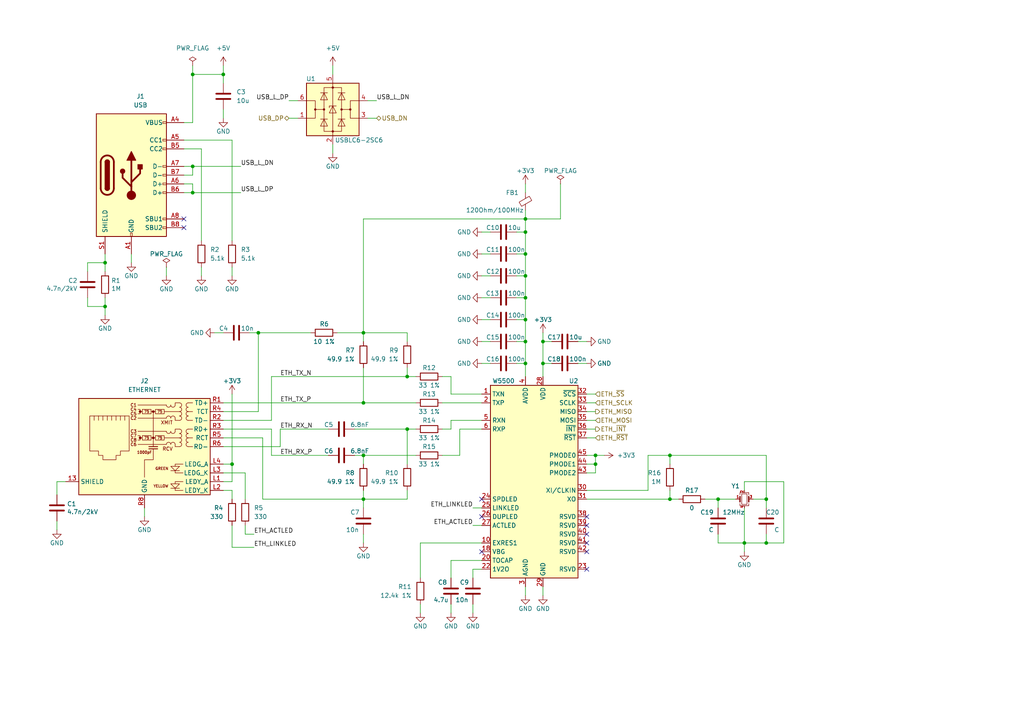
<source format=kicad_sch>
(kicad_sch (version 20210621) (generator eeschema)
  (paper "A4")
  (lib_symbols
    (symbol "Connector:RJ45_Amphenol_RJMG1BD3B8K1ANR"
      (property "Reference" "J" (at 19.05 15.24 0))
      (property "Value" "RJ45_Amphenol_RJMG1BD3B8K1ANR" (at -19.05 15.24 0))
      (symbol "RJ45_Amphenol_RJMG1BD3B8K1ANR_0_0"
        (circle (center -2.54 2.54) (radius 0.254) (stroke (width 0.254)) (fill (type outline)))
        (circle (center -2.54 10.16) (radius 0.254) (stroke (width 0.254)) (fill (type outline)))
        (circle (center 1.27 2.54) (radius 0.254) (stroke (width 0.254)) (fill (type outline)))
        (circle (center 1.27 10.16) (radius 0.254) (stroke (width 0.254)) (fill (type outline)))
        (text "1000pF" (at 0 -1.651 0) (effects (font (size 0.762 0.762))))
        (text "75" (at -4.445 2.54 0) (effects (font (size 0.762 0.762))))
        (text "75" (at -4.445 10.16 0) (effects (font (size 0.762 0.762))))
        (text "75" (at -0.635 2.54 0) (effects (font (size 0.762 0.762))))
        (text "75" (at -0.635 10.16 0) (effects (font (size 0.762 0.762))))
        (text "C1" (at 3.175 12.065 0) (effects (font (size 0.889 0.889))))
        (text "C2" (at 3.175 8.255 0) (effects (font (size 0.889 0.889))))
        (text "C3" (at 3.175 4.445 0) (effects (font (size 0.889 0.889))))
        (text "C4" (at 3.175 10.795 0) (effects (font (size 0.889 0.889))))
        (text "C5" (at 3.175 9.525 0) (effects (font (size 0.889 0.889))))
        (text "C6" (at 3.175 0.635 0) (effects (font (size 0.889 0.889))))
        (text "C7" (at 3.175 3.175 0) (effects (font (size 0.889 0.889))))
        (text "C8" (at 3.175 1.905 0) (effects (font (size 0.889 0.889))))
        (text "GREEN" (at -6.985 -6.35 0) (effects (font (size 0.762 0.762)) (justify left)))
        (text "RCV" (at -8.255 -0.635 0) (effects (font (size 1.016 1.016)) (justify left)))
        (text "XMIT" (at -8.255 6.985 0) (effects (font (size 1.016 1.016)) (justify left)))
        (text "YELLOW" (at -6.985 -11.43 0) (effects (font (size 0.762 0.762)) (justify left)))
        (polyline (pts (xy -7.62 -12.065) (xy -10.16 -12.065)))
        (polyline (pts (xy -7.62 -6.985) (xy -10.16 -6.985)))
        (polyline (pts (xy -2.54 10.16) (xy -2.54 0)))
        (polyline (pts (xy -1.27 -0.635) (xy -3.81 -0.635)) (stroke (width 0.254)))
        (polyline (pts (xy -1.27 0) (xy -3.81 0)) (stroke (width 0.254)))
        (polyline (pts (xy 1.27 2.54) (xy 0.635 2.54)))
        (polyline (pts (xy 1.27 10.16) (xy 0.635 10.16)))
        (polyline (pts (xy -11.176 -12.7) (xy -8.89 -12.7) (xy -8.89 -12.065)))
        (polyline (pts (xy -11.176 -10.16) (xy -8.89 -10.16) (xy -8.89 -10.795)))
        (polyline (pts (xy -11.176 -5.08) (xy -8.89 -5.08) (xy -8.89 -5.715)))
        (polyline (pts (xy -8.89 -6.985) (xy -8.89 -7.62) (xy -11.176 -7.62)))
        (polyline (pts (xy -10.16 -5.715) (xy -7.62 -5.715) (xy -8.89 -6.985) (xy -10.16 -5.715)))
        (polyline (pts (xy -7.62 -10.795) (xy -10.16 -10.795) (xy -8.89 -12.065) (xy -7.62 -10.795)))
        (polyline (pts (xy -2.54 -0.635) (xy -2.54 -3.81) (xy 0 -3.81) (xy 0 -8.89)))
        (polyline (pts (xy 1.905 3.175) (xy 1.27 3.175) (xy 1.27 1.905) (xy 1.905 1.905)))
        (polyline (pts (xy 1.905 10.795) (xy 1.27 10.795) (xy 1.27 9.525) (xy 1.905 9.525)))
      )
      (symbol "RJ45_Amphenol_RJMG1BD3B8K1ANR_0_1"
        (arc (start -12.7 0) (end -12.7 1.27) (radius (at -12.7 0.635) (length 0.635) (angles -89.9 89.9)))
        (arc (start -12.7 1.27) (end -12.7 2.54) (radius (at -12.7 1.905) (length 0.635) (angles -89.9 89.9)))
        (arc (start -12.7 2.54) (end -12.7 3.81) (radius (at -12.7 3.175) (length 0.635) (angles -89.9 89.9)))
        (arc (start -12.7 3.81) (end -12.7 5.08) (radius (at -12.7 4.445) (length 0.635) (angles -89.9 89.9)))
        (arc (start -12.7 7.62) (end -12.7 8.89) (radius (at -12.7 8.255) (length 0.635) (angles -89.9 89.9)))
        (arc (start -12.7 8.89) (end -12.7 10.16) (radius (at -12.7 9.525) (length 0.635) (angles -89.9 89.9)))
        (arc (start -12.7 10.16) (end -12.7 11.43) (radius (at -12.7 10.795) (length 0.635) (angles -89.9 89.9)))
        (arc (start -12.7 11.43) (end -12.7 12.7) (radius (at -12.7 12.065) (length 0.635) (angles -89.9 89.9)))
        (arc (start -10.16 1.27) (end -10.16 0) (radius (at -10.16 0.635) (length 0.635) (angles 90.1 -90.1)))
        (arc (start -10.16 2.54) (end -10.16 1.27) (radius (at -10.16 1.905) (length 0.635) (angles 90.1 -90.1)))
        (arc (start -10.16 3.81) (end -10.16 2.54) (radius (at -10.16 3.175) (length 0.635) (angles 90.1 -90.1)))
        (arc (start -10.16 5.08) (end -10.16 3.81) (radius (at -10.16 4.445) (length 0.635) (angles 90.1 -90.1)))
        (arc (start -10.16 8.89) (end -10.16 7.62) (radius (at -10.16 8.255) (length 0.635) (angles 90.1 -90.1)))
        (arc (start -10.16 10.16) (end -10.16 8.89) (radius (at -10.16 9.525) (length 0.635) (angles 90.1 -90.1)))
        (arc (start -10.16 11.43) (end -10.16 10.16) (radius (at -10.16 10.795) (length 0.635) (angles 90.1 -90.1)))
        (arc (start -10.16 12.7) (end -10.16 11.43) (radius (at -10.16 12.065) (length 0.635) (angles 90.1 -90.1)))
        (arc (start -7.62 0.635) (end -8.89 0.635) (radius (at -8.255 0.635) (length 0.635) (angles 0.1 179.9)))
        (arc (start -8.89 4.445) (end -7.62 4.445) (radius (at -8.255 4.445) (length 0.635) (angles -179.9 -0.1)))
        (arc (start -7.62 8.255) (end -8.89 8.255) (radius (at -8.255 8.255) (length 0.635) (angles 0.1 179.9)))
        (arc (start -8.89 12.065) (end -7.62 12.065) (radius (at -8.255 12.065) (length 0.635) (angles -179.9 -0.1)))
        (arc (start -6.35 0.635) (end -7.62 0.635) (radius (at -6.985 0.635) (length 0.635) (angles 0.1 179.9)))
        (arc (start -7.62 4.445) (end -6.35 4.445) (radius (at -6.985 4.445) (length 0.635) (angles -179.9 -0.1)))
        (arc (start -6.35 8.255) (end -7.62 8.255) (radius (at -6.985 8.255) (length 0.635) (angles 0.1 179.9)))
        (arc (start -7.62 12.065) (end -6.35 12.065) (radius (at -6.985 12.065) (length 0.635) (angles -179.9 -0.1)))
        (rectangle (start -5.715 3.175) (end -3.175 1.905))
        (rectangle (start -5.715 10.795) (end -3.175 9.525))
        (rectangle (start -1.905 3.175) (end 0.635 1.905))
        (rectangle (start -1.905 10.795) (end 0.635 9.525))
        (rectangle (start -19.05 -13.97) (end 19.05 13.97) (stroke (width 0.254)) (fill (type background)))
        (polyline (pts (xy -12.7 0) (xy -13.97 0)))
        (polyline (pts (xy -12.7 2.54) (xy -13.97 2.54)))
        (polyline (pts (xy -12.7 5.08) (xy -13.97 5.08)))
        (polyline (pts (xy -12.7 7.62) (xy -13.97 7.62)))
        (polyline (pts (xy -12.7 10.16) (xy -13.97 10.16)))
        (polyline (pts (xy -12.7 12.7) (xy -13.97 12.7)))
        (polyline (pts (xy -6.35 0.635) (xy 1.905 0.635)))
        (polyline (pts (xy -6.35 4.445) (xy 1.905 4.445)))
        (polyline (pts (xy -6.35 8.255) (xy 1.905 8.255)))
        (polyline (pts (xy -6.35 12.065) (xy 1.905 12.065)))
        (polyline (pts (xy -5.715 2.54) (xy -10.16 2.54)))
        (polyline (pts (xy -5.715 10.16) (xy -10.16 10.16)))
        (polyline (pts (xy -3.175 2.54) (xy -1.905 2.54)))
        (polyline (pts (xy -3.175 10.16) (xy -1.905 10.16)))
        (polyline (pts (xy 5.715 7.62) (xy 5.715 8.89)))
        (polyline (pts (xy 6.985 8.89) (xy 6.985 7.62)))
        (polyline (pts (xy 8.255 8.89) (xy 8.255 7.62)))
        (polyline (pts (xy 9.525 8.89) (xy 9.525 7.62)))
        (polyline (pts (xy 10.795 8.89) (xy 10.795 7.62)))
        (polyline (pts (xy 12.065 8.89) (xy 12.065 7.62)))
        (polyline (pts (xy 13.335 7.62) (xy 13.335 8.89)))
        (polyline (pts (xy 14.605 7.62) (xy 14.605 8.89)))
        (polyline (pts (xy -10.16 5.08) (xy -8.89 5.08) (xy -8.89 4.445)))
        (polyline (pts (xy -10.16 12.7) (xy -8.89 12.7) (xy -8.89 12.065)))
        (polyline (pts (xy -8.89 0.635) (xy -8.89 0) (xy -10.16 0)))
        (polyline (pts (xy -8.89 8.255) (xy -8.89 7.62) (xy -10.16 7.62)))
        (polyline (pts (xy 4.445 8.89) (xy 15.875 8.89) (xy 15.875 -1.27) (xy 13.335 -1.27) (xy 13.335 -2.54) (xy 12.065 -2.54) (xy 12.065 -3.81) (xy 8.255 -3.81) (xy 8.255 -2.54) (xy 6.985 -2.54) (xy 6.985 -1.27) (xy 4.445 -1.27) (xy 4.445 8.89)))
      )
      (symbol "RJ45_Amphenol_RJMG1BD3B8K1ANR_1_1"
        (pin passive line (at 22.86 -10.16 180) (length 3.81) (name "SHIELD") (number "13"))
        (pin passive line (at -22.86 -10.16 0) (length 3.81) (name "LEDY_A") (number "L1"))
        (pin passive line (at -22.86 -12.7 0) (length 3.81) (name "LEDY_K") (number "L2"))
        (pin passive line (at -22.86 -7.62 0) (length 3.81) (name "LEDG_K") (number "L3"))
        (pin passive line (at -22.86 -5.08 0) (length 3.81) (name "LEDG_A") (number "L4"))
        (pin passive line (at -22.86 12.7 0) (length 3.81) (name "TD+") (number "R1"))
        (pin passive line (at -22.86 7.62 0) (length 3.81) (name "TD-") (number "R2"))
        (pin passive line (at -22.86 5.08 0) (length 3.81) (name "RD+") (number "R3"))
        (pin passive line (at -22.86 10.16 0) (length 3.81) (name "TCT") (number "R4"))
        (pin passive line (at -22.86 2.54 0) (length 3.81) (name "RCT") (number "R5"))
        (pin passive line (at -22.86 0 0) (length 3.81) (name "RD-") (number "R6"))
        (pin no_connect line (at 5.08 -5.08 0) (length 0) hide (name "NC") (number "R7"))
        (pin power_in line (at 0 -17.78 90) (length 3.81) (name "GND") (number "R8"))
      )
    )
    (symbol "Connector:USB_C_Receptacle_USB2.0" (pin_names (offset 1.016))
      (property "Reference" "J" (at -10.16 19.05 0))
      (property "Value" "USB_C_Receptacle_USB2.0" (at 19.05 19.05 0))
      (symbol "USB_C_Receptacle_USB2.0_0_0"
        (rectangle (start -0.254 -17.78) (end 0.254 -16.764))
        (rectangle (start 10.16 -14.986) (end 9.144 -15.494))
        (rectangle (start 10.16 -12.446) (end 9.144 -12.954))
        (rectangle (start 10.16 -4.826) (end 9.144 -5.334))
        (rectangle (start 10.16 -2.286) (end 9.144 -2.794))
        (rectangle (start 10.16 0.254) (end 9.144 -0.254))
        (rectangle (start 10.16 2.794) (end 9.144 2.286))
        (rectangle (start 10.16 7.874) (end 9.144 7.366))
        (rectangle (start 10.16 10.414) (end 9.144 9.906))
        (rectangle (start 10.16 15.494) (end 9.144 14.986))
      )
      (symbol "USB_C_Receptacle_USB2.0_0_1"
        (arc (start -8.89 -3.81) (end -5.08 -3.81) (radius (at -6.985 -3.81) (length 1.905) (angles -179.9 -0.1)) (stroke (width 0.508)))
        (arc (start -7.62 -3.81) (end -6.35 -3.81) (radius (at -6.985 -3.81) (length 0.635) (angles -179.9 -0.1)) (stroke (width 0.254)))
        (arc (start -6.35 3.81) (end -7.62 3.81) (radius (at -6.985 3.81) (length 0.635) (angles 0.1 179.9)) (stroke (width 0.254)))
        (arc (start -5.08 3.81) (end -8.89 3.81) (radius (at -6.985 3.81) (length 1.905) (angles 0.1 179.9)) (stroke (width 0.508)))
        (arc (start -7.62 -3.81) (end -6.35 -3.81) (radius (at -6.985 -3.81) (length 0.635) (angles -179.9 -0.1)) (stroke (width 0.254)) (fill (type outline)))
        (arc (start -6.35 3.81) (end -7.62 3.81) (radius (at -6.985 3.81) (length 0.635) (angles 0.1 179.9)) (stroke (width 0.254)) (fill (type outline)))
        (circle (center -2.54 1.143) (radius 0.635) (stroke (width 0.254)) (fill (type outline)))
        (circle (center 0 -5.842) (radius 1.27) (fill (type outline)))
        (rectangle (start -7.62 -3.81) (end -6.35 3.81) (stroke (width 0.254)) (fill (type outline)))
        (rectangle (start 1.905 1.778) (end 3.175 3.048) (stroke (width 0.254)) (fill (type outline)))
        (rectangle (start -10.16 17.78) (end 10.16 -17.78) (stroke (width 0.254)) (fill (type background)))
        (polyline (pts (xy -8.89 -3.81) (xy -8.89 3.81)) (stroke (width 0.508)))
        (polyline (pts (xy -5.08 3.81) (xy -5.08 -3.81)) (stroke (width 0.508)))
        (polyline (pts (xy 0 -5.842) (xy 0 4.318)) (stroke (width 0.508)))
        (polyline (pts (xy 0 -3.302) (xy -2.54 -0.762) (xy -2.54 0.508)) (stroke (width 0.508)))
        (polyline (pts (xy 0 -2.032) (xy 2.54 0.508) (xy 2.54 1.778)) (stroke (width 0.508)))
        (polyline (pts (xy -1.27 4.318) (xy 0 6.858) (xy 1.27 4.318) (xy -1.27 4.318)) (stroke (width 0.254)) (fill (type outline)))
      )
      (symbol "USB_C_Receptacle_USB2.0_1_1"
        (pin passive line (at 0 -22.86 90) (length 5.08) (name "GND") (number "A1"))
        (pin passive line (at 0 -22.86 90) (length 5.08) hide (name "GND") (number "A12"))
        (pin passive line (at 15.24 15.24 180) (length 5.08) (name "VBUS") (number "A4"))
        (pin bidirectional line (at 15.24 10.16 180) (length 5.08) (name "CC1") (number "A5"))
        (pin bidirectional line (at 15.24 -2.54 180) (length 5.08) (name "D+") (number "A6"))
        (pin bidirectional line (at 15.24 2.54 180) (length 5.08) (name "D-") (number "A7"))
        (pin bidirectional line (at 15.24 -12.7 180) (length 5.08) (name "SBU1") (number "A8"))
        (pin passive line (at 15.24 15.24 180) (length 5.08) hide (name "VBUS") (number "A9"))
        (pin passive line (at 0 -22.86 90) (length 5.08) hide (name "GND") (number "B1"))
        (pin passive line (at 0 -22.86 90) (length 5.08) hide (name "GND") (number "B12"))
        (pin passive line (at 15.24 15.24 180) (length 5.08) hide (name "VBUS") (number "B4"))
        (pin bidirectional line (at 15.24 7.62 180) (length 5.08) (name "CC2") (number "B5"))
        (pin bidirectional line (at 15.24 -5.08 180) (length 5.08) (name "D+") (number "B6"))
        (pin bidirectional line (at 15.24 0 180) (length 5.08) (name "D-") (number "B7"))
        (pin bidirectional line (at 15.24 -15.24 180) (length 5.08) (name "SBU2") (number "B8"))
        (pin passive line (at 15.24 15.24 180) (length 5.08) hide (name "VBUS") (number "B9"))
        (pin passive line (at -7.62 -22.86 90) (length 5.08) (name "SHIELD") (number "S1"))
      )
    )
    (symbol "Device:C" (pin_numbers hide) (pin_names (offset 0.254))
      (property "Reference" "C" (at 0.635 2.54 0))
      (property "Value" "C" (at 0.635 -2.54 0))
      (symbol "C_0_1"
        (polyline (pts (xy -2.032 -0.762) (xy 2.032 -0.762)) (stroke (width 0.508)))
        (polyline (pts (xy -2.032 0.762) (xy 2.032 0.762)) (stroke (width 0.508)))
      )
      (symbol "C_1_1"
        (pin passive line (at 0 3.81 270) (length 2.794) (name "~") (number "1"))
        (pin passive line (at 0 -3.81 90) (length 2.794) (name "~") (number "2"))
      )
    )
    (symbol "Device:Crystal_GND24_Small" (pin_names (offset 1.016) hide)
      (property "Reference" "Y" (at 1.27 4.445 0))
      (property "Value" "Crystal_GND24_Small" (at 1.27 2.54 0))
      (symbol "Crystal_GND24_Small_0_1"
        (rectangle (start -0.762 -1.524) (end 0.762 1.524))
        (polyline (pts (xy -1.27 -0.762) (xy -1.27 0.762)) (stroke (width 0.381)))
        (polyline (pts (xy 1.27 -0.762) (xy 1.27 0.762)) (stroke (width 0.381)))
        (polyline (pts (xy -1.27 -1.27) (xy -1.27 -1.905) (xy 1.27 -1.905) (xy 1.27 -1.27)))
        (polyline (pts (xy -1.27 1.27) (xy -1.27 1.905) (xy 1.27 1.905) (xy 1.27 1.27)))
      )
      (symbol "Crystal_GND24_Small_1_1"
        (pin passive line (at -2.54 0 0) (length 1.27) (name "1") (number "1"))
        (pin passive line (at 0 -2.54 90) (length 0.635) (name "2") (number "2"))
        (pin passive line (at 2.54 0 180) (length 1.27) (name "3") (number "3"))
        (pin passive line (at 0 2.54 270) (length 0.635) (name "4") (number "4"))
      )
    )
    (symbol "Device:FerriteBead_Small" (pin_numbers hide) (pin_names (offset 0))
      (property "Reference" "FB" (at 1.905 1.27 0))
      (property "Value" "FerriteBead_Small" (at 1.905 -1.27 0))
      (symbol "FerriteBead_Small_0_1"
        (polyline (pts (xy 0 -1.27) (xy 0 -0.7874)))
        (polyline (pts (xy 0 0.889) (xy 0 1.2954)))
        (polyline (pts (xy -1.8288 0.2794) (xy -1.1176 1.4986) (xy 1.8288 -0.2032) (xy 1.1176 -1.4224) (xy -1.8288 0.2794)))
      )
      (symbol "FerriteBead_Small_1_1"
        (pin passive line (at 0 2.54 270) (length 1.27) (name "~") (number "1"))
        (pin passive line (at 0 -2.54 90) (length 1.27) (name "~") (number "2"))
      )
    )
    (symbol "Device:R" (pin_numbers hide) (pin_names (offset 0))
      (property "Reference" "R" (at 2.032 0 90))
      (property "Value" "R" (at 0 0 90))
      (symbol "R_0_1"
        (rectangle (start -1.016 -2.54) (end 1.016 2.54) (stroke (width 0.254)))
      )
      (symbol "R_1_1"
        (pin passive line (at 0 3.81 270) (length 1.27) (name "~") (number "1"))
        (pin passive line (at 0 -3.81 90) (length 1.27) (name "~") (number "2"))
      )
    )
    (symbol "Interface_Ethernet:W5500"
      (property "Reference" "U" (at -11.43 29.21 0))
      (property "Value" "W5500" (at 8.89 29.21 0))
      (symbol "W5500_0_1"
        (rectangle (start -12.7 27.94) (end 12.7 -27.94) (stroke (width 0.254)) (fill (type background)))
      )
      (symbol "W5500_1_1"
        (pin output line (at 15.24 25.4 180) (length 2.54) (name "TXN") (number "1"))
        (pin passive line (at 15.24 -17.78 180) (length 2.54) (name "EXRES1") (number "10"))
        (pin passive line (at 2.54 30.48 270) (length 2.54) hide (name "AVDD") (number "11"))
        (pin no_connect line (at 12.7 7.62 180) (length 2.54) hide (name "NC") (number "12"))
        (pin no_connect line (at 12.7 5.08 180) (length 2.54) hide (name "NC") (number "13"))
        (pin passive line (at 2.54 -30.48 90) (length 2.54) hide (name "AGND") (number "14"))
        (pin passive line (at 2.54 30.48 270) (length 2.54) hide (name "AVDD") (number "15"))
        (pin passive line (at 2.54 -30.48 90) (length 2.54) hide (name "AGND") (number "16"))
        (pin passive line (at 2.54 30.48 270) (length 2.54) hide (name "AVDD") (number "17"))
        (pin passive line (at 15.24 -20.32 180) (length 2.54) (name "VBG") (number "18"))
        (pin passive line (at 2.54 -30.48 90) (length 2.54) hide (name "AGND") (number "19"))
        (pin output line (at 15.24 22.86 180) (length 2.54) (name "TXP") (number "2"))
        (pin passive line (at 15.24 -22.86 180) (length 2.54) (name "TOCAP") (number "20"))
        (pin passive line (at 2.54 30.48 270) (length 2.54) hide (name "AVDD") (number "21"))
        (pin output line (at 15.24 -25.4 180) (length 2.54) (name "1V2O") (number "22"))
        (pin input line (at -15.24 -25.4 0) (length 2.54) (name "RSVD") (number "23"))
        (pin output line (at 15.24 -5.08 180) (length 2.54) (name "SPDLED") (number "24"))
        (pin output line (at 15.24 -7.62 180) (length 2.54) (name "LINKLED") (number "25"))
        (pin output line (at 15.24 -10.16 180) (length 2.54) (name "DUPLED") (number "26"))
        (pin output line (at 15.24 -12.7 180) (length 2.54) (name "ACTLED") (number "27"))
        (pin power_in line (at -2.54 30.48 270) (length 2.54) (name "VDD") (number "28"))
        (pin power_in line (at -2.54 -30.48 90) (length 2.54) (name "GND") (number "29"))
        (pin power_in line (at 2.54 -30.48 90) (length 2.54) (name "AGND") (number "3"))
        (pin input line (at -15.24 -2.54 0) (length 2.54) (name "XI/CLKIN") (number "30"))
        (pin output line (at -15.24 -5.08 0) (length 2.54) (name "XO") (number "31"))
        (pin input line (at -15.24 25.4 0) (length 2.54) (name "~{SCS}") (number "32"))
        (pin input line (at -15.24 22.86 0) (length 2.54) (name "SCLK") (number "33"))
        (pin output line (at -15.24 20.32 0) (length 2.54) (name "MISO") (number "34"))
        (pin input line (at -15.24 17.78 0) (length 2.54) (name "MOSI") (number "35"))
        (pin input line (at -15.24 15.24 0) (length 2.54) (name "~{INT}") (number "36"))
        (pin input line (at -15.24 12.7 0) (length 2.54) (name "~{RST}") (number "37"))
        (pin input line (at -15.24 -10.16 0) (length 2.54) (name "RSVD") (number "38"))
        (pin input line (at -15.24 -12.7 0) (length 2.54) (name "RSVD") (number "39"))
        (pin power_in line (at 2.54 30.48 270) (length 2.54) (name "AVDD") (number "4"))
        (pin input line (at -15.24 -15.24 0) (length 2.54) (name "RSVD") (number "40"))
        (pin input line (at -15.24 -17.78 0) (length 2.54) (name "RSVD") (number "41"))
        (pin input line (at -15.24 -20.32 0) (length 2.54) (name "RSVD") (number "42"))
        (pin input line (at -15.24 2.54 0) (length 2.54) (name "PMODE2") (number "43"))
        (pin input line (at -15.24 5.08 0) (length 2.54) (name "PMODE1") (number "44"))
        (pin input line (at -15.24 7.62 0) (length 2.54) (name "PMODE0") (number "45"))
        (pin no_connect line (at 12.7 2.54 180) (length 2.54) hide (name "NC") (number "46"))
        (pin no_connect line (at 12.7 0 180) (length 2.54) hide (name "NC") (number "47"))
        (pin passive line (at 2.54 -30.48 90) (length 2.54) hide (name "AGND") (number "48"))
        (pin input line (at 15.24 17.78 180) (length 2.54) (name "RXN") (number "5"))
        (pin input line (at 15.24 15.24 180) (length 2.54) (name "RXP") (number "6"))
        (pin no_connect line (at 12.7 10.16 180) (length 2.54) hide (name "DNC") (number "7"))
        (pin passive line (at 2.54 30.48 270) (length 2.54) hide (name "AVDD") (number "8"))
        (pin passive line (at 2.54 -30.48 90) (length 2.54) hide (name "AGND") (number "9"))
      )
    )
    (symbol "Power_Protection:USBLC6-2SC6" (pin_names hide)
      (property "Reference" "U" (at 2.54 8.89 0))
      (property "Value" "USBLC6-2SC6" (at 2.54 -8.89 0))
      (symbol "USBLC6-2SC6_0_1"
        (circle (center -5.08 0) (radius 0.254) (fill (type outline)))
        (circle (center -2.54 0) (radius 0.254) (fill (type outline)))
        (circle (center 0 -6.35) (radius 0.254) (fill (type outline)))
        (circle (center 0 6.35) (radius 0.254) (fill (type outline)))
        (circle (center 2.54 0) (radius 0.254) (fill (type outline)))
        (circle (center 5.08 0) (radius 0.254) (fill (type outline)))
        (rectangle (start -2.54 6.35) (end 2.54 -6.35))
        (rectangle (start -7.62 -7.62) (end 7.62 7.62) (stroke (width 0.254)) (fill (type background)))
        (polyline (pts (xy -5.08 -2.54) (xy -7.62 -2.54)))
        (polyline (pts (xy -5.08 0) (xy -5.08 -2.54)))
        (polyline (pts (xy -5.08 2.54) (xy -7.62 2.54)))
        (polyline (pts (xy -1.524 -2.794) (xy -3.556 -2.794)))
        (polyline (pts (xy -1.524 4.826) (xy -3.556 4.826)))
        (polyline (pts (xy 0 -7.62) (xy 0 -6.35)))
        (polyline (pts (xy 0 -6.35) (xy 0 1.27)))
        (polyline (pts (xy 0 1.27) (xy 0 6.35)))
        (polyline (pts (xy 0 6.35) (xy 0 7.62)))
        (polyline (pts (xy 1.524 -2.794) (xy 3.556 -2.794)))
        (polyline (pts (xy 1.524 4.826) (xy 3.556 4.826)))
        (polyline (pts (xy 5.08 -2.54) (xy 7.62 -2.54)))
        (polyline (pts (xy 5.08 0) (xy 5.08 -2.54)))
        (polyline (pts (xy 5.08 2.54) (xy 7.62 2.54)))
        (polyline (pts (xy -2.54 0) (xy -5.08 0) (xy -5.08 2.54)))
        (polyline (pts (xy 2.54 0) (xy 5.08 0) (xy 5.08 2.54)))
        (polyline (pts (xy -3.556 -4.826) (xy -1.524 -4.826) (xy -2.54 -2.794) (xy -3.556 -4.826)))
        (polyline (pts (xy -3.556 2.794) (xy -1.524 2.794) (xy -2.54 4.826) (xy -3.556 2.794)))
        (polyline (pts (xy -1.016 -1.016) (xy 1.016 -1.016) (xy 0 1.016) (xy -1.016 -1.016)))
        (polyline (pts (xy 1.016 1.016) (xy 0.762 1.016) (xy -1.016 1.016) (xy -1.016 0.508)))
        (polyline (pts (xy 3.556 -4.826) (xy 1.524 -4.826) (xy 2.54 -2.794) (xy 3.556 -4.826)))
        (polyline (pts (xy 3.556 2.794) (xy 1.524 2.794) (xy 2.54 4.826) (xy 3.556 2.794)))
      )
      (symbol "USBLC6-2SC6_1_1"
        (pin passive line (at -10.16 -2.54 0) (length 2.54) (name "I/O1") (number "1"))
        (pin passive line (at 0 -10.16 90) (length 2.54) (name "GND") (number "2"))
        (pin passive line (at 10.16 -2.54 180) (length 2.54) (name "I/O2") (number "3"))
        (pin passive line (at 10.16 2.54 180) (length 2.54) (name "I/O2") (number "4"))
        (pin passive line (at 0 10.16 270) (length 2.54) (name "VBUS") (number "5"))
        (pin passive line (at -10.16 2.54 0) (length 2.54) (name "I/O1") (number "6"))
      )
    )
    (symbol "power:+3V3" (power) (pin_names (offset 0))
      (property "Value" "+3V3" (at 0 3.556 0))
      (symbol "+3V3_0_1"
        (polyline (pts (xy -0.762 1.27) (xy 0 2.54)))
        (polyline (pts (xy 0 0) (xy 0 2.54)))
        (polyline (pts (xy 0 2.54) (xy 0.762 1.27)))
      )
      (symbol "+3V3_1_1"
        (pin power_in line (at 0 0 90) (length 0) hide (name "+3V3") (number "1"))
      )
    )
    (symbol "power:+5V" (power) (pin_names (offset 0))
      (property "Value" "+5V" (at 0 3.556 0))
      (symbol "+5V_0_1"
        (polyline (pts (xy -0.762 1.27) (xy 0 2.54)))
        (polyline (pts (xy 0 0) (xy 0 2.54)))
        (polyline (pts (xy 0 2.54) (xy 0.762 1.27)))
      )
      (symbol "+5V_1_1"
        (pin power_in line (at 0 0 90) (length 0) hide (name "+5V") (number "1"))
      )
    )
    (symbol "power:GND" (power) (pin_names (offset 0))
      (property "Value" "GND" (at 0 -3.81 0))
      (symbol "GND_0_1"
        (polyline (pts (xy 0 0) (xy 0 -1.27) (xy 1.27 -1.27) (xy 0 -2.54) (xy -1.27 -1.27) (xy 0 -1.27)))
      )
      (symbol "GND_1_1"
        (pin power_in line (at 0 0 270) (length 0) hide (name "GND") (number "1"))
      )
    )
    (symbol "power:PWR_FLAG" (power) (pin_numbers hide) (pin_names (offset 0) hide)
      (property "Value" "PWR_FLAG" (at 0 3.81 0))
      (symbol "PWR_FLAG_0_0"
        (pin power_out line (at 0 0 90) (length 0) (name "pwr") (number "1"))
      )
      (symbol "PWR_FLAG_0_1"
        (polyline (pts (xy 0 0) (xy 0 1.27) (xy -1.016 1.905) (xy 0 2.54) (xy 1.016 1.905) (xy 0 1.27)))
      )
    )
  )
  (junction (at 30.48 76.2) (diameter 0.9144))
  (junction (at 30.48 88.9) (diameter 0.9144))
  (junction (at 55.88 21.59) (diameter 0.9144))
  (junction (at 55.88 48.26) (diameter 0.9144))
  (junction (at 55.88 55.88) (diameter 0.9144))
  (junction (at 64.77 21.59) (diameter 0.9144))
  (junction (at 67.31 134.62) (diameter 0.9144))
  (junction (at 74.93 96.52) (diameter 0.9144))
  (junction (at 105.41 96.52) (diameter 0.9144))
  (junction (at 105.41 116.84) (diameter 0.9144))
  (junction (at 105.41 132.08) (diameter 0.9144))
  (junction (at 105.41 144.78) (diameter 0.9144))
  (junction (at 118.11 109.22) (diameter 0.9144))
  (junction (at 118.11 124.46) (diameter 0.9144))
  (junction (at 152.4 63.5) (diameter 0.9144))
  (junction (at 152.4 67.31) (diameter 0.9144))
  (junction (at 152.4 73.66) (diameter 0.9144))
  (junction (at 152.4 80.01) (diameter 0.9144))
  (junction (at 152.4 86.36) (diameter 0.9144))
  (junction (at 152.4 92.71) (diameter 0.9144))
  (junction (at 152.4 99.06) (diameter 0.9144))
  (junction (at 152.4 105.41) (diameter 0.9144))
  (junction (at 157.48 99.06) (diameter 0.9144))
  (junction (at 157.48 105.41) (diameter 0.9144))
  (junction (at 172.72 132.08) (diameter 0.9144))
  (junction (at 172.72 134.62) (diameter 0.9144))
  (junction (at 194.31 132.08) (diameter 0.9144))
  (junction (at 194.31 144.78) (diameter 0.9144))
  (junction (at 208.28 144.78) (diameter 0.9144))
  (junction (at 215.9 157.48) (diameter 0.9144))
  (junction (at 222.25 144.78) (diameter 0.9144))
  (junction (at 222.25 157.48) (diameter 0.9144))
  (no_connect (at 53.34 63.5))
  (no_connect (at 53.34 66.04))
  (no_connect (at 139.7 144.78))
  (no_connect (at 139.7 149.86))
  (no_connect (at 139.7 160.02))
  (no_connect (at 170.18 149.86))
  (no_connect (at 170.18 152.4))
  (no_connect (at 170.18 154.94))
  (no_connect (at 170.18 157.48))
  (no_connect (at 170.18 160.02))
  (no_connect (at 170.18 165.1))
  (wire (pts (xy 16.51 139.7) (xy 16.51 143.51)))
  (wire (pts (xy 16.51 151.13) (xy 16.51 153.67)))
  (wire (pts (xy 19.05 139.7) (xy 16.51 139.7)))
  (wire (pts (xy 25.4 76.2) (xy 30.48 76.2)))
  (wire (pts (xy 25.4 78.74) (xy 25.4 76.2)))
  (wire (pts (xy 25.4 86.36) (xy 25.4 88.9)))
  (wire (pts (xy 25.4 88.9) (xy 30.48 88.9)))
  (wire (pts (xy 30.48 73.66) (xy 30.48 76.2)))
  (wire (pts (xy 30.48 76.2) (xy 30.48 78.74)))
  (wire (pts (xy 30.48 88.9) (xy 30.48 86.36)))
  (wire (pts (xy 30.48 88.9) (xy 30.48 91.44)))
  (wire (pts (xy 38.1 73.66) (xy 38.1 76.2)))
  (wire (pts (xy 41.91 147.32) (xy 41.91 149.86)))
  (wire (pts (xy 48.26 77.47) (xy 48.26 80.01)))
  (wire (pts (xy 53.34 35.56) (xy 55.88 35.56)))
  (wire (pts (xy 53.34 40.64) (xy 67.31 40.64)))
  (wire (pts (xy 53.34 43.18) (xy 58.42 43.18)))
  (wire (pts (xy 53.34 50.8) (xy 55.88 50.8)))
  (wire (pts (xy 53.34 53.34) (xy 55.88 53.34)))
  (wire (pts (xy 55.88 19.05) (xy 55.88 21.59)))
  (wire (pts (xy 55.88 21.59) (xy 64.77 21.59)))
  (wire (pts (xy 55.88 35.56) (xy 55.88 21.59)))
  (wire (pts (xy 55.88 48.26) (xy 53.34 48.26)))
  (wire (pts (xy 55.88 48.26) (xy 69.85 48.26)))
  (wire (pts (xy 55.88 50.8) (xy 55.88 48.26)))
  (wire (pts (xy 55.88 53.34) (xy 55.88 55.88)))
  (wire (pts (xy 55.88 55.88) (xy 53.34 55.88)))
  (wire (pts (xy 55.88 55.88) (xy 69.85 55.88)))
  (wire (pts (xy 58.42 43.18) (xy 58.42 69.85)))
  (wire (pts (xy 58.42 77.47) (xy 58.42 80.01)))
  (wire (pts (xy 64.77 19.05) (xy 64.77 21.59)))
  (wire (pts (xy 64.77 21.59) (xy 64.77 24.13)))
  (wire (pts (xy 64.77 31.75) (xy 64.77 34.29)))
  (wire (pts (xy 64.77 96.52) (xy 62.23 96.52)))
  (wire (pts (xy 64.77 116.84) (xy 105.41 116.84)))
  (wire (pts (xy 64.77 121.92) (xy 78.74 121.92)))
  (wire (pts (xy 64.77 137.16) (xy 71.12 137.16)))
  (wire (pts (xy 64.77 139.7) (xy 67.31 139.7)))
  (wire (pts (xy 64.77 142.24) (xy 67.31 142.24)))
  (wire (pts (xy 67.31 40.64) (xy 67.31 69.85)))
  (wire (pts (xy 67.31 77.47) (xy 67.31 80.01)))
  (wire (pts (xy 67.31 114.3) (xy 67.31 134.62)))
  (wire (pts (xy 67.31 134.62) (xy 64.77 134.62)))
  (wire (pts (xy 67.31 139.7) (xy 67.31 134.62)))
  (wire (pts (xy 67.31 142.24) (xy 67.31 144.78)))
  (wire (pts (xy 67.31 152.4) (xy 67.31 158.75)))
  (wire (pts (xy 71.12 137.16) (xy 71.12 144.78)))
  (wire (pts (xy 71.12 152.4) (xy 71.12 154.94)))
  (wire (pts (xy 73.66 154.94) (xy 71.12 154.94)))
  (wire (pts (xy 73.66 158.75) (xy 67.31 158.75)))
  (wire (pts (xy 74.93 96.52) (xy 72.39 96.52)))
  (wire (pts (xy 74.93 96.52) (xy 74.93 119.38)))
  (wire (pts (xy 74.93 119.38) (xy 64.77 119.38)))
  (wire (pts (xy 76.2 127) (xy 64.77 127)))
  (wire (pts (xy 76.2 144.78) (xy 76.2 127)))
  (wire (pts (xy 78.74 121.92) (xy 78.74 109.22)))
  (wire (pts (xy 78.74 124.46) (xy 64.77 124.46)))
  (wire (pts (xy 78.74 132.08) (xy 78.74 124.46)))
  (wire (pts (xy 81.28 124.46) (xy 81.28 129.54)))
  (wire (pts (xy 81.28 129.54) (xy 64.77 129.54)))
  (wire (pts (xy 83.82 29.21) (xy 86.36 29.21)))
  (wire (pts (xy 83.82 34.29) (xy 86.36 34.29)))
  (wire (pts (xy 90.17 96.52) (xy 74.93 96.52)))
  (wire (pts (xy 95.25 124.46) (xy 81.28 124.46)))
  (wire (pts (xy 95.25 132.08) (xy 78.74 132.08)))
  (wire (pts (xy 96.52 19.05) (xy 96.52 21.59)))
  (wire (pts (xy 96.52 41.91) (xy 96.52 44.45)))
  (wire (pts (xy 105.41 63.5) (xy 105.41 96.52)))
  (wire (pts (xy 105.41 96.52) (xy 97.79 96.52)))
  (wire (pts (xy 105.41 96.52) (xy 105.41 99.06)))
  (wire (pts (xy 105.41 106.68) (xy 105.41 116.84)))
  (wire (pts (xy 105.41 132.08) (xy 102.87 132.08)))
  (wire (pts (xy 105.41 132.08) (xy 105.41 134.62)))
  (wire (pts (xy 105.41 144.78) (xy 76.2 144.78)))
  (wire (pts (xy 105.41 144.78) (xy 105.41 142.24)))
  (wire (pts (xy 105.41 144.78) (xy 105.41 147.32)))
  (wire (pts (xy 105.41 154.94) (xy 105.41 157.48)))
  (wire (pts (xy 106.68 29.21) (xy 109.22 29.21)))
  (wire (pts (xy 106.68 34.29) (xy 109.22 34.29)))
  (wire (pts (xy 118.11 96.52) (xy 105.41 96.52)))
  (wire (pts (xy 118.11 99.06) (xy 118.11 96.52)))
  (wire (pts (xy 118.11 109.22) (xy 78.74 109.22)))
  (wire (pts (xy 118.11 109.22) (xy 118.11 106.68)))
  (wire (pts (xy 118.11 124.46) (xy 102.87 124.46)))
  (wire (pts (xy 118.11 124.46) (xy 118.11 134.62)))
  (wire (pts (xy 118.11 142.24) (xy 118.11 144.78)))
  (wire (pts (xy 118.11 144.78) (xy 105.41 144.78)))
  (wire (pts (xy 120.65 109.22) (xy 118.11 109.22)))
  (wire (pts (xy 120.65 116.84) (xy 105.41 116.84)))
  (wire (pts (xy 120.65 124.46) (xy 118.11 124.46)))
  (wire (pts (xy 120.65 132.08) (xy 105.41 132.08)))
  (wire (pts (xy 121.92 157.48) (xy 121.92 167.64)))
  (wire (pts (xy 121.92 175.26) (xy 121.92 177.8)))
  (wire (pts (xy 130.81 109.22) (xy 128.27 109.22)))
  (wire (pts (xy 130.81 114.3) (xy 130.81 109.22)))
  (wire (pts (xy 130.81 121.92) (xy 130.81 124.46)))
  (wire (pts (xy 130.81 124.46) (xy 128.27 124.46)))
  (wire (pts (xy 130.81 162.56) (xy 130.81 167.64)))
  (wire (pts (xy 130.81 175.26) (xy 130.81 177.8)))
  (wire (pts (xy 133.35 124.46) (xy 133.35 132.08)))
  (wire (pts (xy 133.35 132.08) (xy 128.27 132.08)))
  (wire (pts (xy 137.16 165.1) (xy 139.7 165.1)))
  (wire (pts (xy 137.16 167.64) (xy 137.16 165.1)))
  (wire (pts (xy 137.16 175.26) (xy 137.16 177.8)))
  (wire (pts (xy 139.7 73.66) (xy 142.24 73.66)))
  (wire (pts (xy 139.7 80.01) (xy 142.24 80.01)))
  (wire (pts (xy 139.7 86.36) (xy 142.24 86.36)))
  (wire (pts (xy 139.7 92.71) (xy 142.24 92.71)))
  (wire (pts (xy 139.7 99.06) (xy 142.24 99.06)))
  (wire (pts (xy 139.7 105.41) (xy 142.24 105.41)))
  (wire (pts (xy 139.7 114.3) (xy 130.81 114.3)))
  (wire (pts (xy 139.7 116.84) (xy 128.27 116.84)))
  (wire (pts (xy 139.7 121.92) (xy 130.81 121.92)))
  (wire (pts (xy 139.7 124.46) (xy 133.35 124.46)))
  (wire (pts (xy 139.7 147.32) (xy 137.16 147.32)))
  (wire (pts (xy 139.7 152.4) (xy 137.16 152.4)))
  (wire (pts (xy 139.7 157.48) (xy 121.92 157.48)))
  (wire (pts (xy 139.7 162.56) (xy 130.81 162.56)))
  (wire (pts (xy 142.24 67.31) (xy 139.7 67.31)))
  (wire (pts (xy 149.86 67.31) (xy 152.4 67.31)))
  (wire (pts (xy 152.4 53.34) (xy 152.4 55.88)))
  (wire (pts (xy 152.4 60.96) (xy 152.4 63.5)))
  (wire (pts (xy 152.4 63.5) (xy 105.41 63.5)))
  (wire (pts (xy 152.4 63.5) (xy 162.56 63.5)))
  (wire (pts (xy 152.4 67.31) (xy 152.4 63.5)))
  (wire (pts (xy 152.4 67.31) (xy 152.4 73.66)))
  (wire (pts (xy 152.4 73.66) (xy 149.86 73.66)))
  (wire (pts (xy 152.4 80.01) (xy 149.86 80.01)))
  (wire (pts (xy 152.4 80.01) (xy 152.4 73.66)))
  (wire (pts (xy 152.4 86.36) (xy 149.86 86.36)))
  (wire (pts (xy 152.4 86.36) (xy 152.4 80.01)))
  (wire (pts (xy 152.4 92.71) (xy 149.86 92.71)))
  (wire (pts (xy 152.4 92.71) (xy 152.4 86.36)))
  (wire (pts (xy 152.4 99.06) (xy 149.86 99.06)))
  (wire (pts (xy 152.4 99.06) (xy 152.4 92.71)))
  (wire (pts (xy 152.4 105.41) (xy 149.86 105.41)))
  (wire (pts (xy 152.4 105.41) (xy 152.4 99.06)))
  (wire (pts (xy 152.4 109.22) (xy 152.4 105.41)))
  (wire (pts (xy 152.4 170.18) (xy 152.4 172.72)))
  (wire (pts (xy 157.48 96.52) (xy 157.48 99.06)))
  (wire (pts (xy 157.48 99.06) (xy 160.02 99.06)))
  (wire (pts (xy 157.48 105.41) (xy 157.48 99.06)))
  (wire (pts (xy 157.48 109.22) (xy 157.48 105.41)))
  (wire (pts (xy 157.48 170.18) (xy 157.48 172.72)))
  (wire (pts (xy 160.02 105.41) (xy 157.48 105.41)))
  (wire (pts (xy 162.56 63.5) (xy 162.56 53.34)))
  (wire (pts (xy 170.18 99.06) (xy 167.64 99.06)))
  (wire (pts (xy 170.18 105.41) (xy 167.64 105.41)))
  (wire (pts (xy 170.18 137.16) (xy 172.72 137.16)))
  (wire (pts (xy 172.72 114.3) (xy 170.18 114.3)))
  (wire (pts (xy 172.72 116.84) (xy 170.18 116.84)))
  (wire (pts (xy 172.72 119.38) (xy 170.18 119.38)))
  (wire (pts (xy 172.72 121.92) (xy 170.18 121.92)))
  (wire (pts (xy 172.72 124.46) (xy 170.18 124.46)))
  (wire (pts (xy 172.72 127) (xy 170.18 127)))
  (wire (pts (xy 172.72 132.08) (xy 170.18 132.08)))
  (wire (pts (xy 172.72 134.62) (xy 170.18 134.62)))
  (wire (pts (xy 172.72 134.62) (xy 172.72 132.08)))
  (wire (pts (xy 172.72 137.16) (xy 172.72 134.62)))
  (wire (pts (xy 175.26 132.08) (xy 172.72 132.08)))
  (wire (pts (xy 187.96 132.08) (xy 187.96 142.24)))
  (wire (pts (xy 187.96 142.24) (xy 170.18 142.24)))
  (wire (pts (xy 194.31 132.08) (xy 187.96 132.08)))
  (wire (pts (xy 194.31 132.08) (xy 194.31 134.62)))
  (wire (pts (xy 194.31 142.24) (xy 194.31 144.78)))
  (wire (pts (xy 194.31 144.78) (xy 170.18 144.78)))
  (wire (pts (xy 196.85 144.78) (xy 194.31 144.78)))
  (wire (pts (xy 208.28 144.78) (xy 204.47 144.78)))
  (wire (pts (xy 208.28 144.78) (xy 208.28 147.32)))
  (wire (pts (xy 208.28 157.48) (xy 208.28 154.94)))
  (wire (pts (xy 213.36 144.78) (xy 208.28 144.78)))
  (wire (pts (xy 215.9 139.7) (xy 227.33 139.7)))
  (wire (pts (xy 215.9 142.24) (xy 215.9 139.7)))
  (wire (pts (xy 215.9 147.32) (xy 215.9 157.48)))
  (wire (pts (xy 215.9 157.48) (xy 208.28 157.48)))
  (wire (pts (xy 215.9 157.48) (xy 215.9 160.02)))
  (wire (pts (xy 215.9 157.48) (xy 222.25 157.48)))
  (wire (pts (xy 218.44 144.78) (xy 222.25 144.78)))
  (wire (pts (xy 222.25 132.08) (xy 194.31 132.08)))
  (wire (pts (xy 222.25 144.78) (xy 222.25 132.08)))
  (wire (pts (xy 222.25 144.78) (xy 222.25 147.32)))
  (wire (pts (xy 222.25 157.48) (xy 222.25 154.94)))
  (wire (pts (xy 227.33 139.7) (xy 227.33 157.48)))
  (wire (pts (xy 227.33 157.48) (xy 222.25 157.48)))
  (label "USB_L_DN" (at 69.85 48.26 0))
  (label "USB_L_DP" (at 69.85 55.88 0))
  (label "ETH_ACTLED" (at 73.66 154.94 0))
  (label "ETH_LINKLED" (at 73.66 158.75 0))
  (label "ETH_TX_N" (at 81.28 109.22 0))
  (label "ETH_TX_P" (at 81.28 116.84 0))
  (label "ETH_RX_N" (at 81.28 124.46 0))
  (label "ETH_RX_P" (at 81.28 132.08 0))
  (label "USB_L_DP" (at 83.82 29.21 180))
  (label "USB_L_DN" (at 109.22 29.21 0))
  (label "ETH_LINKLED" (at 137.16 147.32 180))
  (label "ETH_ACTLED" (at 137.16 152.4 180))
  (hierarchical_label "USB_DP" (shape bidirectional) (at 83.82 34.29 180))
  (hierarchical_label "USB_DN" (shape bidirectional) (at 109.22 34.29 0))
  (hierarchical_label "ETH_~{SS}" (shape input) (at 172.72 114.3 0))
  (hierarchical_label "ETH_SCLK" (shape input) (at 172.72 116.84 0))
  (hierarchical_label "ETH_MISO" (shape output) (at 172.72 119.38 0))
  (hierarchical_label "ETH_MOSI" (shape input) (at 172.72 121.92 0))
  (hierarchical_label "ETH_~{INT}" (shape output) (at 172.72 124.46 0))
  (hierarchical_label "ETH_~{RST}" (shape input) (at 172.72 127 0))
  (symbol (lib_id "power:+5V") (at 64.77 19.05 0) (unit 1)
    (property "Reference" "#PWR08" (effects hide))
    (property "Value" "+5V" (at 64.77 13.97 0))
  )
  (symbol (lib_id "power:+3V3") (at 67.31 114.3 0) (mirror y) (unit 1)
    (property "Reference" "#PWR011" (effects hide))
    (property "Value" "+3V3" (at 67.31 110.49 0))
  )
  (symbol (lib_id "power:+5V") (at 96.52 19.05 0) (unit 1)
    (property "Reference" "#PWR012" (effects hide))
    (property "Value" "+5V" (at 96.52 13.97 0))
  )
  (symbol (lib_id "power:+3V3") (at 152.4 53.34 0) (mirror y) (unit 1)
    (property "Reference" "#PWR025" (effects hide))
    (property "Value" "+3V3" (at 152.4 49.53 0))
  )
  (symbol (lib_id "power:+3V3") (at 157.48 96.52 0) (mirror y) (unit 1)
    (property "Reference" "#PWR027" (effects hide))
    (property "Value" "+3V3" (at 157.48 92.71 0))
  )
  (symbol (lib_id "power:+3V3") (at 175.26 132.08 270) (mirror x) (unit 1)
    (property "Reference" "#PWR031" (effects hide))
    (property "Value" "+3V3" (at 181.61 132.08 90))
  )
  (symbol (lib_id "power:PWR_FLAG") (at 48.26 77.47 0) (unit 1)
    (property "Reference" "#FLG01" (effects hide))
    (property "Value" "PWR_FLAG" (at 48.26 73.66 0))
  )
  (symbol (lib_id "power:PWR_FLAG") (at 55.88 19.05 0) (unit 1)
    (property "Reference" "#FLG02" (effects hide))
    (property "Value" "PWR_FLAG" (at 55.88 13.97 0))
  )
  (symbol (lib_id "power:PWR_FLAG") (at 162.56 53.34 0) (unit 1)
    (property "Reference" "#FLG03" (effects hide))
    (property "Value" "PWR_FLAG" (at 162.56 49.53 0))
  )
  (symbol (lib_id "power:GND") (at 16.51 153.67 0) (mirror y) (unit 1)
    (property "Reference" "#PWR01" (effects hide))
    (property "Value" "GND" (at 16.51 157.48 0))
  )
  (symbol (lib_id "power:GND") (at 30.48 91.44 0) (unit 1)
    (property "Reference" "#PWR02" (effects hide))
    (property "Value" "GND" (at 30.48 95.25 0))
  )
  (symbol (lib_id "power:GND") (at 38.1 76.2 0) (unit 1)
    (property "Reference" "#PWR03" (effects hide))
    (property "Value" "GND" (at 38.1 80.01 0))
  )
  (symbol (lib_id "power:GND") (at 41.91 149.86 0) (mirror y) (unit 1)
    (property "Reference" "#PWR04" (effects hide))
    (property "Value" "GND" (at 41.91 153.67 0))
  )
  (symbol (lib_id "power:GND") (at 48.26 80.01 0) (unit 1)
    (property "Reference" "#PWR05" (effects hide))
    (property "Value" "GND" (at 48.26 83.82 0))
  )
  (symbol (lib_id "power:GND") (at 58.42 80.01 0) (unit 1)
    (property "Reference" "#PWR06" (effects hide))
    (property "Value" "GND" (at 58.42 83.82 0))
  )
  (symbol (lib_id "power:GND") (at 62.23 96.52 270) (mirror x) (unit 1)
    (property "Reference" "#PWR07" (effects hide))
    (property "Value" "GND" (at 57.15 96.52 90))
  )
  (symbol (lib_id "power:GND") (at 64.77 34.29 0) (unit 1)
    (property "Reference" "#PWR09" (effects hide))
    (property "Value" "GND" (at 64.77 38.1 0))
  )
  (symbol (lib_id "power:GND") (at 67.31 80.01 0) (unit 1)
    (property "Reference" "#PWR010" (effects hide))
    (property "Value" "GND" (at 67.31 83.82 0))
  )
  (symbol (lib_id "power:GND") (at 96.52 44.45 0) (unit 1)
    (property "Reference" "#PWR013" (effects hide))
    (property "Value" "GND" (at 96.52 48.26 0))
  )
  (symbol (lib_id "power:GND") (at 105.41 157.48 0) (mirror y) (unit 1)
    (property "Reference" "#PWR014" (effects hide))
    (property "Value" "GND" (at 105.41 161.29 0))
  )
  (symbol (lib_id "power:GND") (at 121.92 177.8 0) (mirror y) (unit 1)
    (property "Reference" "#PWR015" (effects hide))
    (property "Value" "GND" (at 121.92 181.61 0))
  )
  (symbol (lib_id "power:GND") (at 130.81 177.8 0) (mirror y) (unit 1)
    (property "Reference" "#PWR016" (effects hide))
    (property "Value" "GND" (at 130.81 181.61 0))
  )
  (symbol (lib_id "power:GND") (at 137.16 177.8 0) (mirror y) (unit 1)
    (property "Reference" "#PWR017" (effects hide))
    (property "Value" "GND" (at 137.16 181.61 0))
  )
  (symbol (lib_id "power:GND") (at 139.7 67.31 270) (mirror x) (unit 1)
    (property "Reference" "#PWR018" (effects hide))
    (property "Value" "GND" (at 134.62 67.31 90))
  )
  (symbol (lib_id "power:GND") (at 139.7 73.66 270) (mirror x) (unit 1)
    (property "Reference" "#PWR019" (effects hide))
    (property "Value" "GND" (at 134.62 73.66 90))
  )
  (symbol (lib_id "power:GND") (at 139.7 80.01 270) (mirror x) (unit 1)
    (property "Reference" "#PWR020" (effects hide))
    (property "Value" "GND" (at 134.62 80.01 90))
  )
  (symbol (lib_id "power:GND") (at 139.7 86.36 270) (mirror x) (unit 1)
    (property "Reference" "#PWR021" (effects hide))
    (property "Value" "GND" (at 134.62 86.36 90))
  )
  (symbol (lib_id "power:GND") (at 139.7 92.71 270) (mirror x) (unit 1)
    (property "Reference" "#PWR022" (effects hide))
    (property "Value" "GND" (at 134.62 92.71 90))
  )
  (symbol (lib_id "power:GND") (at 139.7 99.06 270) (mirror x) (unit 1)
    (property "Reference" "#PWR023" (effects hide))
    (property "Value" "GND" (at 134.62 99.06 90))
  )
  (symbol (lib_id "power:GND") (at 139.7 105.41 270) (mirror x) (unit 1)
    (property "Reference" "#PWR024" (effects hide))
    (property "Value" "GND" (at 134.62 105.41 90))
  )
  (symbol (lib_id "power:GND") (at 152.4 172.72 0) (mirror y) (unit 1)
    (property "Reference" "#PWR026" (effects hide))
    (property "Value" "GND" (at 152.4 176.53 0))
  )
  (symbol (lib_id "power:GND") (at 157.48 172.72 0) (mirror y) (unit 1)
    (property "Reference" "#PWR028" (effects hide))
    (property "Value" "GND" (at 157.48 176.53 0))
  )
  (symbol (lib_id "power:GND") (at 170.18 99.06 90) (mirror x) (unit 1)
    (property "Reference" "#PWR029" (effects hide))
    (property "Value" "GND" (at 175.26 99.06 90))
  )
  (symbol (lib_id "power:GND") (at 170.18 105.41 90) (mirror x) (unit 1)
    (property "Reference" "#PWR030" (effects hide))
    (property "Value" "GND" (at 175.26 105.41 90))
  )
  (symbol (lib_id "power:GND") (at 215.9 160.02 0) (mirror y) (unit 1)
    (property "Reference" "#PWR032" (effects hide))
    (property "Value" "GND" (at 215.9 163.83 0))
  )
  (symbol (lib_id "Device:R") (at 30.48 82.55 0) (unit 1)
    (property "Reference" "R1" (at 32.258 81.3816 0) (effects (justify left)))
    (property "Value" "1M" (at 32.258 83.693 0) (effects (justify left)))
    (property "Footprint" "Resistor_SMD:R_1206_3216Metric" (effects hide))
    (property "Part Number" "1206W4J0105T5E" (effects hide))
  )
  (symbol (lib_id "Device:R") (at 58.42 73.66 0) (unit 1)
    (property "Reference" "R2" (at 60.96 72.3899 0) (effects (justify left)))
    (property "Value" "5.1k" (at 60.96 74.9299 0) (effects (justify left)))
    (property "Footprint" "Resistor_SMD:R_0402_1005Metric" (effects hide))
  )
  (symbol (lib_id "Device:R") (at 67.31 73.66 0) (unit 1)
    (property "Reference" "R3" (at 69.85 72.3899 0) (effects (justify left)))
    (property "Value" "5.1k" (at 69.85 74.9299 0) (effects (justify left)))
    (property "Footprint" "Resistor_SMD:R_0402_1005Metric" (effects hide))
  )
  (symbol (lib_id "Device:R") (at 67.31 148.59 0) (mirror y) (unit 1)
    (property "Reference" "R4" (at 64.77 147.3199 0) (effects (justify left)))
    (property "Value" "330" (at 64.77 149.8599 0) (effects (justify left)))
    (property "Footprint" "Resistor_SMD:R_0402_1005Metric" (effects hide))
  )
  (symbol (lib_id "Device:R") (at 71.12 148.59 180) (unit 1)
    (property "Reference" "R5" (at 73.66 147.3199 0) (effects (justify right)))
    (property "Value" "330" (at 73.66 149.8599 0) (effects (justify right)))
    (property "Footprint" "Resistor_SMD:R_0402_1005Metric" (effects hide))
  )
  (symbol (lib_id "Device:R") (at 93.98 96.52 270) (mirror x) (unit 1)
    (property "Reference" "R6" (at 92.7101 93.98 90) (effects (justify left)))
    (property "Value" "10 1%" (at 93.9801 99.06 90))
    (property "Footprint" "Resistor_SMD:R_0603_1608Metric" (effects hide))
  )
  (symbol (lib_id "Device:R") (at 105.41 102.87 0) (mirror y) (unit 1)
    (property "Reference" "R7" (at 102.87 101.5999 0) (effects (justify left)))
    (property "Value" "49.9 1%" (at 102.87 104.1399 0) (effects (justify left)))
    (property "Footprint" "Resistor_SMD:R_0603_1608Metric" (effects hide))
  )
  (symbol (lib_id "Device:R") (at 105.41 138.43 0) (mirror y) (unit 1)
    (property "Reference" "R8" (at 102.87 137.1599 0) (effects (justify left)))
    (property "Value" "49.9 1%" (at 102.87 139.6999 0) (effects (justify left)))
    (property "Footprint" "Resistor_SMD:R_0603_1608Metric" (effects hide))
  )
  (symbol (lib_id "Device:R") (at 118.11 102.87 0) (mirror y) (unit 1)
    (property "Reference" "R9" (at 115.57 101.5999 0) (effects (justify left)))
    (property "Value" "49.9 1%" (at 115.57 104.1399 0) (effects (justify left)))
    (property "Footprint" "Resistor_SMD:R_0603_1608Metric" (effects hide))
  )
  (symbol (lib_id "Device:R") (at 118.11 138.43 0) (mirror y) (unit 1)
    (property "Reference" "R10" (at 115.57 137.1599 0) (effects (justify left)))
    (property "Value" "49.9 1%" (at 115.57 139.6999 0) (effects (justify left)))
    (property "Footprint" "Resistor_SMD:R_0603_1608Metric" (effects hide))
  )
  (symbol (lib_id "Device:R") (at 121.92 171.45 0) (mirror y) (unit 1)
    (property "Reference" "R11" (at 119.38 170.1799 0) (effects (justify left)))
    (property "Value" "12.4k 1%" (at 119.38 172.7199 0) (effects (justify left)))
    (property "Footprint" "Resistor_SMD:R_0402_1005Metric" (effects hide))
  )
  (symbol (lib_id "Device:R") (at 124.46 109.22 270) (mirror x) (unit 1)
    (property "Reference" "R12" (at 124.46 106.68 90))
    (property "Value" "33 1%" (at 124.46 111.76 90))
    (property "Footprint" "Resistor_SMD:R_0603_1608Metric" (effects hide))
  )
  (symbol (lib_id "Device:R") (at 124.46 116.84 270) (mirror x) (unit 1)
    (property "Reference" "R13" (at 124.46 114.3 90))
    (property "Value" "33 1%" (at 124.46 119.38 90))
    (property "Footprint" "Resistor_SMD:R_0603_1608Metric" (effects hide))
  )
  (symbol (lib_id "Device:R") (at 124.46 124.46 270) (mirror x) (unit 1)
    (property "Reference" "R14" (at 124.46 121.92 90))
    (property "Value" "33 1%" (at 124.46 127 90))
    (property "Footprint" "Resistor_SMD:R_0603_1608Metric" (effects hide))
  )
  (symbol (lib_id "Device:R") (at 124.46 132.08 270) (mirror x) (unit 1)
    (property "Reference" "R15" (at 124.46 129.54 90))
    (property "Value" "33 1%" (at 124.46 134.62 90))
    (property "Footprint" "Resistor_SMD:R_0603_1608Metric" (effects hide))
  )
  (symbol (lib_id "Device:R") (at 194.31 138.43 0) (mirror y) (unit 1)
    (property "Reference" "R16" (at 191.77 137.1599 0) (effects (justify left)))
    (property "Value" "1M" (at 191.77 139.6999 0) (effects (justify left)))
    (property "Footprint" "Resistor_SMD:R_0402_1005Metric" (effects hide))
  )
  (symbol (lib_id "Device:R") (at 200.66 144.78 270) (mirror x) (unit 1)
    (property "Reference" "R17" (at 200.66 142.24 90))
    (property "Value" "0" (at 200.66 147.32 90))
    (property "Footprint" "Resistor_SMD:R_0402_1005Metric" (effects hide))
  )
  (symbol (lib_id "Device:FerriteBead_Small") (at 152.4 58.42 0) (mirror y) (unit 1)
    (property "Reference" "FB1" (at 148.59 55.88 0))
    (property "Value" "120Ohm/100MHz" (at 143.51 60.96 0))
    (property "Footprint" "Inductor_SMD:L_0805_2012Metric" (effects hide))
  )
  (symbol (lib_id "Device:Crystal_GND24_Small") (at 215.9 144.78 0) (mirror x) (unit 1)
    (property "Reference" "Y1" (at 212.09 140.9701 0) (effects (justify left)))
    (property "Value" "12MHz" (at 209.55 148.5901 0) (effects (justify left)))
    (property "Footprint" "Crystal:Crystal_SMD_3225-4Pin_3.2x2.5mm" (effects hide))
  )
  (symbol (lib_id "Device:C") (at 16.51 147.32 180) (unit 1)
    (property "Reference" "C1" (at 19.431 146.1516 0) (effects (justify right)))
    (property "Value" "4.7n/2kV" (at 19.431 148.463 0) (effects (justify right)))
    (property "Footprint" "Capacitor_SMD:C_1812_4532Metric" (effects hide))
    (property "Part Number" "202S43W472KV4E" (effects hide))
  )
  (symbol (lib_id "Device:C") (at 25.4 82.55 0) (mirror x) (unit 1)
    (property "Reference" "C2" (at 22.479 81.3816 0) (effects (justify right)))
    (property "Value" "4.7n/2kV" (at 22.479 83.693 0) (effects (justify right)))
    (property "Footprint" "Capacitor_SMD:C_1812_4532Metric" (effects hide))
    (property "Part Number" "202S43W472KV4E" (effects hide))
  )
  (symbol (lib_id "Device:C") (at 64.77 27.94 0) (unit 1)
    (property "Reference" "C3" (at 68.58 26.6699 0) (effects (justify left)))
    (property "Value" "10u" (at 68.58 29.2099 0) (effects (justify left)))
    (property "Footprint" "Capacitor_SMD:C_0603_1608Metric" (effects hide))
  )
  (symbol (lib_id "Device:C") (at 68.58 96.52 90) (unit 1)
    (property "Reference" "C4" (at 63.5001 95.25 90) (effects (justify right)))
    (property "Value" "10n" (at 69.8501 95.25 90) (effects (justify right)))
    (property "Footprint" "Capacitor_SMD:C_0402_1005Metric" (effects hide))
  )
  (symbol (lib_id "Device:C") (at 99.06 124.46 90) (unit 1)
    (property "Reference" "C5" (at 93.9801 123.19 90) (effects (justify right)))
    (property "Value" "6.8nF" (at 101.6001 123.19 90) (effects (justify right)))
    (property "Footprint" "Capacitor_SMD:C_0402_1005Metric" (effects hide))
  )
  (symbol (lib_id "Device:C") (at 99.06 132.08 90) (unit 1)
    (property "Reference" "C6" (at 93.9801 130.81 90) (effects (justify right)))
    (property "Value" "6.8nF" (at 101.6001 130.81 90) (effects (justify right)))
    (property "Footprint" "Capacitor_SMD:C_0402_1005Metric" (effects hide))
  )
  (symbol (lib_id "Device:C") (at 105.41 151.13 0) (mirror y) (unit 1)
    (property "Reference" "C7" (at 101.6 148.5901 0) (effects (justify right)))
    (property "Value" "10n" (at 100.33 153.6701 0) (effects (justify right)))
    (property "Footprint" "Capacitor_SMD:C_0402_1005Metric" (effects hide))
  )
  (symbol (lib_id "Device:C") (at 130.81 171.45 0) (mirror y) (unit 1)
    (property "Reference" "C8" (at 127 168.9101 0) (effects (justify right)))
    (property "Value" "4.7u" (at 125.73 173.9901 0) (effects (justify right)))
    (property "Footprint" "Capacitor_SMD:C_0603_1608Metric" (effects hide))
  )
  (symbol (lib_id "Device:C") (at 137.16 171.45 0) (mirror y) (unit 1)
    (property "Reference" "C9" (at 133.35 168.9101 0) (effects (justify right)))
    (property "Value" "10n" (at 132.08 173.9901 0) (effects (justify right)))
    (property "Footprint" "Capacitor_SMD:C_0402_1005Metric" (effects hide))
  )
  (symbol (lib_id "Device:C") (at 146.05 67.31 90) (unit 1)
    (property "Reference" "C10" (at 140.9701 66.04 90) (effects (justify right)))
    (property "Value" "10u" (at 147.3201 66.04 90) (effects (justify right)))
    (property "Footprint" "Capacitor_SMD:C_0603_1608Metric" (effects hide))
  )
  (symbol (lib_id "Device:C") (at 146.05 73.66 90) (unit 1)
    (property "Reference" "C11" (at 140.9701 72.39 90) (effects (justify right)))
    (property "Value" "100n" (at 147.3201 72.39 90) (effects (justify right)))
    (property "Footprint" "Capacitor_SMD:C_0402_1005Metric" (effects hide))
  )
  (symbol (lib_id "Device:C") (at 146.05 80.01 90) (unit 1)
    (property "Reference" "C12" (at 140.9701 78.74 90) (effects (justify right)))
    (property "Value" "100n" (at 147.3201 78.74 90) (effects (justify right)))
    (property "Footprint" "Capacitor_SMD:C_0402_1005Metric" (effects hide))
  )
  (symbol (lib_id "Device:C") (at 146.05 86.36 90) (unit 1)
    (property "Reference" "C13" (at 144.7801 85.09 90) (effects (justify left)))
    (property "Value" "100n" (at 147.3201 85.09 90) (effects (justify right)))
    (property "Footprint" "Capacitor_SMD:C_0402_1005Metric" (effects hide))
  )
  (symbol (lib_id "Device:C") (at 146.05 92.71 90) (unit 1)
    (property "Reference" "C14" (at 140.9701 91.44 90) (effects (justify right)))
    (property "Value" "100n" (at 147.3201 91.44 90) (effects (justify right)))
    (property "Footprint" "Capacitor_SMD:C_0402_1005Metric" (effects hide))
  )
  (symbol (lib_id "Device:C") (at 146.05 99.06 90) (unit 1)
    (property "Reference" "C15" (at 140.9701 97.79 90) (effects (justify right)))
    (property "Value" "100n" (at 147.3201 97.79 90) (effects (justify right)))
    (property "Footprint" "Capacitor_SMD:C_0402_1005Metric" (effects hide))
  )
  (symbol (lib_id "Device:C") (at 146.05 105.41 90) (unit 1)
    (property "Reference" "C16" (at 140.9701 104.14 90) (effects (justify right)))
    (property "Value" "100n" (at 147.3201 104.14 90) (effects (justify right)))
    (property "Footprint" "Capacitor_SMD:C_0402_1005Metric" (effects hide))
  )
  (symbol (lib_id "Device:C") (at 163.83 99.06 90) (unit 1)
    (property "Reference" "C17" (at 158.7501 97.79 90) (effects (justify right)))
    (property "Value" "10u" (at 165.1001 97.79 90) (effects (justify right)))
    (property "Footprint" "Capacitor_SMD:C_0603_1608Metric" (effects hide))
  )
  (symbol (lib_id "Device:C") (at 163.83 105.41 90) (unit 1)
    (property "Reference" "C18" (at 158.7501 104.14 90) (effects (justify right)))
    (property "Value" "100n" (at 165.1001 104.14 90) (effects (justify right)))
    (property "Footprint" "Capacitor_SMD:C_0402_1005Metric" (effects hide))
  )
  (symbol (lib_id "Device:C") (at 208.28 151.13 0) (mirror y) (unit 1)
    (property "Reference" "C19" (at 207.01 148.5899 0) (effects (justify left)))
    (property "Value" "C" (at 207.01 153.6699 0) (effects (justify left)))
    (property "Footprint" "Capacitor_SMD:C_0402_1005Metric" (effects hide))
  )
  (symbol (lib_id "Device:C") (at 222.25 151.13 0) (mirror y) (unit 1)
    (property "Reference" "C20" (at 226.06 148.5899 0) (effects (justify left)))
    (property "Value" "C" (at 226.06 153.6699 0) (effects (justify left)))
    (property "Footprint" "Capacitor_SMD:C_0402_1005Metric" (effects hide))
  )
  (symbol (lib_id "Power_Protection:USBLC6-2SC6") (at 96.52 31.75 0) (unit 1)
    (property "Reference" "U1" (at 90.17 22.86 0))
    (property "Value" "USBLC6-2SC6" (at 104.14 40.64 0))
    (property "Footprint" "Package_TO_SOT_SMD:SOT-23-6" (effects hide))
    (property "Datasheet" "https://www.st.com/resource/en/datasheet/usblc6-2.pdf" (effects hide))
  )
  (symbol (lib_id "Connector:USB_C_Receptacle_USB2.0") (at 38.1 50.8 0) (unit 1)
    (property "Reference" "J1" (at 40.767 27.94 0))
    (property "Value" "USB" (at 40.767 30.48 0))
    (property "Footprint" "Connector_USB:USB_C_Receptacle_HRO_TYPE-C-31-M-12" (effects hide))
    (property "Datasheet" "https://www.usb.org/sites/default/files/documents/usb_type-c.zip" (effects hide))
  )
  (symbol (lib_id "Connector:RJ45_Amphenol_RJMG1BD3B8K1ANR") (at 41.91 129.54 0) (mirror y) (unit 1)
    (property "Reference" "J2" (at 41.91 110.49 0))
    (property "Value" "ETHERNET" (at 41.91 113.03 0))
    (property "Footprint" "Connector_RJ:RJ45_Amphenol_RJMG1BD3B8K1ANR" (effects hide))
    (property "Datasheet" "https://www.amphenolcanada.com/ProductSearch/Drawings/AC/RJMG1BD3B8K1ANR.PDF" (effects hide))
  )
  (symbol (lib_id "Interface_Ethernet:W5500") (at 154.94 139.7 0) (mirror y) (unit 1)
    (property "Reference" "U2" (at 166.37 110.49 0))
    (property "Value" "W5500" (at 146.05 110.49 0))
    (property "Footprint" "Package_QFP:LQFP-48_7x7mm_P0.5mm" (effects hide))
    (property "Datasheet" "http://wizwiki.net/wiki/lib/exe/fetch.php/products:w5500:w5500_ds_v109e.pdf" (effects hide))
  )
)
</source>
